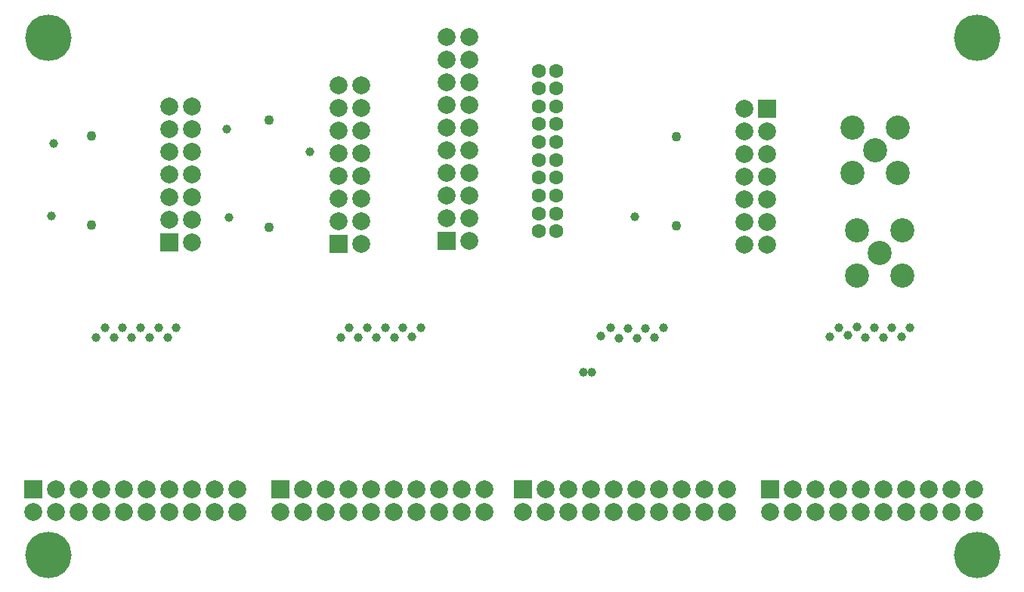
<source format=gts>
G04*
G04 #@! TF.GenerationSoftware,Altium Limited,Altium Designer,23.1.1 (15)*
G04*
G04 Layer_Color=8388736*
%FSLAX44Y44*%
%MOMM*%
G71*
G04*
G04 #@! TF.SameCoordinates,885BC21F-CE97-4633-90EB-74F7ABE7E9BF*
G04*
G04*
G04 #@! TF.FilePolarity,Negative*
G04*
G01*
G75*
%ADD11C,2.7032*%
%ADD12C,1.0922*%
%ADD13C,2.0000*%
%ADD14R,2.0000X2.0000*%
%ADD15C,5.2032*%
%ADD16R,2.0000X2.0000*%
%ADD17C,1.6032*%
%ADD18C,1.0032*%
D11*
X950614Y529213D02*
D03*
X1001414D02*
D03*
Y478413D02*
D03*
X950614D02*
D03*
X976014Y503813D02*
D03*
X981094Y388597D02*
D03*
X955694Y363197D02*
D03*
X1006494D02*
D03*
Y413997D02*
D03*
X955694D02*
D03*
D12*
X753382Y418947D02*
D03*
Y518946D02*
D03*
X297120Y537381D02*
D03*
Y417382D02*
D03*
X98404Y419815D02*
D03*
Y519815D02*
D03*
D13*
X829883Y524836D02*
D03*
X855283D02*
D03*
X829883Y550236D02*
D03*
X855283Y499436D02*
D03*
X829883D02*
D03*
X855283Y474036D02*
D03*
X829883D02*
D03*
Y448636D02*
D03*
Y423236D02*
D03*
Y397836D02*
D03*
X855283D02*
D03*
Y423236D02*
D03*
Y448636D02*
D03*
X521122Y478356D02*
D03*
X495722D02*
D03*
X521122Y452956D02*
D03*
X495722D02*
D03*
X521122Y402156D02*
D03*
X495722Y427556D02*
D03*
X521122D02*
D03*
Y503756D02*
D03*
X495722D02*
D03*
Y529156D02*
D03*
X521122D02*
D03*
X495722Y554556D02*
D03*
X521122D02*
D03*
Y579956D02*
D03*
X495722D02*
D03*
Y605356D02*
D03*
X521122D02*
D03*
X495722Y630756D02*
D03*
X521122D02*
D03*
X210817Y425782D02*
D03*
X185417D02*
D03*
X210817Y400382D02*
D03*
X185417Y451182D02*
D03*
X210817D02*
D03*
X185417Y476582D02*
D03*
X210817D02*
D03*
Y501982D02*
D03*
Y527382D02*
D03*
Y552782D02*
D03*
X185417D02*
D03*
Y527382D02*
D03*
Y501982D02*
D03*
X109155Y97600D02*
D03*
Y123000D02*
D03*
X83755Y97600D02*
D03*
Y123000D02*
D03*
X32954Y97600D02*
D03*
X58355Y123000D02*
D03*
Y97600D02*
D03*
X134555D02*
D03*
Y123000D02*
D03*
X159955D02*
D03*
Y97600D02*
D03*
X185354Y123000D02*
D03*
Y97600D02*
D03*
X210755D02*
D03*
Y123000D02*
D03*
X236154D02*
D03*
Y97600D02*
D03*
X261555Y123000D02*
D03*
Y97600D02*
D03*
X1087022D02*
D03*
Y123000D02*
D03*
X1061622Y97600D02*
D03*
Y123000D02*
D03*
X1036222D02*
D03*
Y97600D02*
D03*
X1010822D02*
D03*
Y123000D02*
D03*
X985422Y97600D02*
D03*
Y123000D02*
D03*
X960022D02*
D03*
Y97600D02*
D03*
X883822D02*
D03*
Y123000D02*
D03*
X858422Y97600D02*
D03*
X909222Y123000D02*
D03*
Y97600D02*
D03*
X934622Y123000D02*
D03*
Y97600D02*
D03*
X657775D02*
D03*
Y123000D02*
D03*
X632375Y97600D02*
D03*
Y123000D02*
D03*
X581575Y97600D02*
D03*
X606975Y123000D02*
D03*
Y97600D02*
D03*
X683175D02*
D03*
Y123000D02*
D03*
X708575D02*
D03*
Y97600D02*
D03*
X733975Y123000D02*
D03*
Y97600D02*
D03*
X759375D02*
D03*
Y123000D02*
D03*
X784775D02*
D03*
Y97600D02*
D03*
X810175Y123000D02*
D03*
Y97600D02*
D03*
X538250D02*
D03*
Y123000D02*
D03*
X512850Y97600D02*
D03*
Y123000D02*
D03*
X487450D02*
D03*
Y97600D02*
D03*
X462050D02*
D03*
Y123000D02*
D03*
X436650Y97600D02*
D03*
Y123000D02*
D03*
X411250D02*
D03*
Y97600D02*
D03*
X335050D02*
D03*
Y123000D02*
D03*
X309650Y97600D02*
D03*
X360450Y123000D02*
D03*
Y97600D02*
D03*
X385850Y123000D02*
D03*
Y97600D02*
D03*
X400485Y423570D02*
D03*
X375085D02*
D03*
X400485Y398170D02*
D03*
X375085Y448970D02*
D03*
X400485D02*
D03*
X375085Y474370D02*
D03*
X400485D02*
D03*
Y499770D02*
D03*
Y525170D02*
D03*
Y550570D02*
D03*
Y575970D02*
D03*
X375085D02*
D03*
Y550570D02*
D03*
Y525170D02*
D03*
Y499770D02*
D03*
D14*
X855283Y550236D02*
D03*
X495722Y402156D02*
D03*
X185417Y400382D02*
D03*
X375085Y398170D02*
D03*
D15*
X50000Y630000D02*
D03*
X1090000D02*
D03*
Y50000D02*
D03*
X50000D02*
D03*
D16*
X32954Y123000D02*
D03*
X858422D02*
D03*
X581575D02*
D03*
X309650D02*
D03*
D17*
X619021Y592727D02*
D03*
X599021D02*
D03*
X619021Y572727D02*
D03*
X599021D02*
D03*
X619021Y552727D02*
D03*
X599021D02*
D03*
X619021Y532727D02*
D03*
X599021D02*
D03*
X619021Y512727D02*
D03*
X599021D02*
D03*
X619021Y492727D02*
D03*
X599021D02*
D03*
X619021Y472727D02*
D03*
X599021D02*
D03*
X619021Y452727D02*
D03*
X599021D02*
D03*
X619021Y432727D02*
D03*
X599021D02*
D03*
X619021Y412727D02*
D03*
X599021D02*
D03*
D18*
X249365Y527209D02*
D03*
X251908Y427800D02*
D03*
X658884Y254833D02*
D03*
X649148Y254950D02*
D03*
X709085Y293008D02*
D03*
X729193Y293269D02*
D03*
X342959Y501420D02*
D03*
X706587Y428739D02*
D03*
X52997Y429856D02*
D03*
X55749Y511452D02*
D03*
X985226Y293787D02*
D03*
X925306Y293941D02*
D03*
X935155Y304771D02*
D03*
X995075Y304618D02*
D03*
X1015182Y304879D02*
D03*
X1005333Y294049D02*
D03*
X975146Y304642D02*
D03*
X965297Y293812D02*
D03*
X945214Y295921D02*
D03*
X955938Y305703D02*
D03*
X679798Y304923D02*
D03*
X669074Y295141D02*
D03*
X689156Y293032D02*
D03*
X699005Y303862D02*
D03*
X739042Y304099D02*
D03*
X718934Y303838D02*
D03*
X397146Y293829D02*
D03*
X377240Y293862D02*
D03*
X387089Y304692D02*
D03*
X406995Y304660D02*
D03*
X427080Y304563D02*
D03*
X417231Y293732D02*
D03*
X447009Y304539D02*
D03*
X437160Y293708D02*
D03*
X467116Y304800D02*
D03*
X457267Y293970D02*
D03*
X123211Y293786D02*
D03*
X183332Y293926D02*
D03*
X193181Y304757D02*
D03*
X163225Y293665D02*
D03*
X173074Y304495D02*
D03*
X143296Y293689D02*
D03*
X153145Y304519D02*
D03*
X133060Y304616D02*
D03*
X113154Y304648D02*
D03*
X103305Y293818D02*
D03*
M02*

</source>
